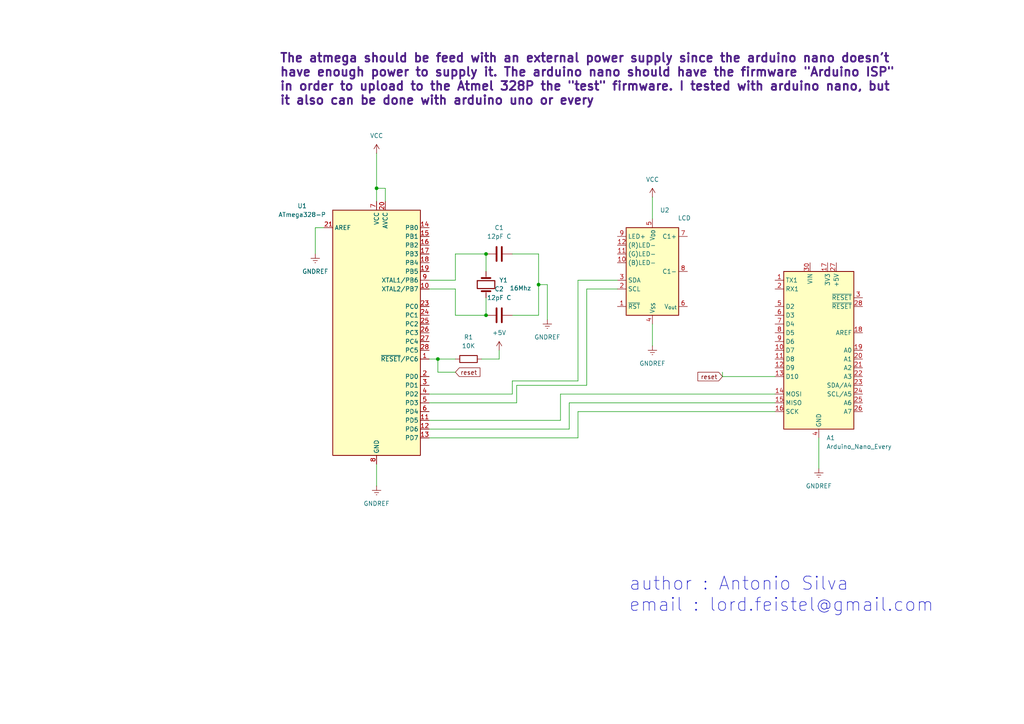
<source format=kicad_sch>
(kicad_sch
	(version 20231120)
	(generator "eeschema")
	(generator_version "8.0")
	(uuid "9b12b7be-d6de-4ee3-ba62-0a49091731c9")
	(paper "A4")
	(lib_symbols
		(symbol "Device:C"
			(pin_numbers hide)
			(pin_names
				(offset 0.254)
			)
			(exclude_from_sim no)
			(in_bom yes)
			(on_board yes)
			(property "Reference" "C"
				(at 0.635 2.54 0)
				(effects
					(font
						(size 1.27 1.27)
					)
					(justify left)
				)
			)
			(property "Value" "C"
				(at 0.635 -2.54 0)
				(effects
					(font
						(size 1.27 1.27)
					)
					(justify left)
				)
			)
			(property "Footprint" ""
				(at 0.9652 -3.81 0)
				(effects
					(font
						(size 1.27 1.27)
					)
					(hide yes)
				)
			)
			(property "Datasheet" "~"
				(at 0 0 0)
				(effects
					(font
						(size 1.27 1.27)
					)
					(hide yes)
				)
			)
			(property "Description" "Unpolarized capacitor"
				(at 0 0 0)
				(effects
					(font
						(size 1.27 1.27)
					)
					(hide yes)
				)
			)
			(property "ki_keywords" "cap capacitor"
				(at 0 0 0)
				(effects
					(font
						(size 1.27 1.27)
					)
					(hide yes)
				)
			)
			(property "ki_fp_filters" "C_*"
				(at 0 0 0)
				(effects
					(font
						(size 1.27 1.27)
					)
					(hide yes)
				)
			)
			(symbol "C_0_1"
				(polyline
					(pts
						(xy -2.032 -0.762) (xy 2.032 -0.762)
					)
					(stroke
						(width 0.508)
						(type default)
					)
					(fill
						(type none)
					)
				)
				(polyline
					(pts
						(xy -2.032 0.762) (xy 2.032 0.762)
					)
					(stroke
						(width 0.508)
						(type default)
					)
					(fill
						(type none)
					)
				)
			)
			(symbol "C_1_1"
				(pin passive line
					(at 0 3.81 270)
					(length 2.794)
					(name "~"
						(effects
							(font
								(size 1.27 1.27)
							)
						)
					)
					(number "1"
						(effects
							(font
								(size 1.27 1.27)
							)
						)
					)
				)
				(pin passive line
					(at 0 -3.81 90)
					(length 2.794)
					(name "~"
						(effects
							(font
								(size 1.27 1.27)
							)
						)
					)
					(number "2"
						(effects
							(font
								(size 1.27 1.27)
							)
						)
					)
				)
			)
		)
		(symbol "Device:Crystal"
			(pin_numbers hide)
			(pin_names
				(offset 1.016) hide)
			(exclude_from_sim no)
			(in_bom yes)
			(on_board yes)
			(property "Reference" "Y"
				(at 0 3.81 0)
				(effects
					(font
						(size 1.27 1.27)
					)
				)
			)
			(property "Value" "Crystal"
				(at 0 -3.81 0)
				(effects
					(font
						(size 1.27 1.27)
					)
				)
			)
			(property "Footprint" ""
				(at 0 0 0)
				(effects
					(font
						(size 1.27 1.27)
					)
					(hide yes)
				)
			)
			(property "Datasheet" "~"
				(at 0 0 0)
				(effects
					(font
						(size 1.27 1.27)
					)
					(hide yes)
				)
			)
			(property "Description" "Two pin crystal"
				(at 0 0 0)
				(effects
					(font
						(size 1.27 1.27)
					)
					(hide yes)
				)
			)
			(property "ki_keywords" "quartz ceramic resonator oscillator"
				(at 0 0 0)
				(effects
					(font
						(size 1.27 1.27)
					)
					(hide yes)
				)
			)
			(property "ki_fp_filters" "Crystal*"
				(at 0 0 0)
				(effects
					(font
						(size 1.27 1.27)
					)
					(hide yes)
				)
			)
			(symbol "Crystal_0_1"
				(rectangle
					(start -1.143 2.54)
					(end 1.143 -2.54)
					(stroke
						(width 0.3048)
						(type default)
					)
					(fill
						(type none)
					)
				)
				(polyline
					(pts
						(xy -2.54 0) (xy -1.905 0)
					)
					(stroke
						(width 0)
						(type default)
					)
					(fill
						(type none)
					)
				)
				(polyline
					(pts
						(xy -1.905 -1.27) (xy -1.905 1.27)
					)
					(stroke
						(width 0.508)
						(type default)
					)
					(fill
						(type none)
					)
				)
				(polyline
					(pts
						(xy 1.905 -1.27) (xy 1.905 1.27)
					)
					(stroke
						(width 0.508)
						(type default)
					)
					(fill
						(type none)
					)
				)
				(polyline
					(pts
						(xy 2.54 0) (xy 1.905 0)
					)
					(stroke
						(width 0)
						(type default)
					)
					(fill
						(type none)
					)
				)
			)
			(symbol "Crystal_1_1"
				(pin passive line
					(at -3.81 0 0)
					(length 1.27)
					(name "1"
						(effects
							(font
								(size 1.27 1.27)
							)
						)
					)
					(number "1"
						(effects
							(font
								(size 1.27 1.27)
							)
						)
					)
				)
				(pin passive line
					(at 3.81 0 180)
					(length 1.27)
					(name "2"
						(effects
							(font
								(size 1.27 1.27)
							)
						)
					)
					(number "2"
						(effects
							(font
								(size 1.27 1.27)
							)
						)
					)
				)
			)
		)
		(symbol "Device:R"
			(pin_numbers hide)
			(pin_names
				(offset 0)
			)
			(exclude_from_sim no)
			(in_bom yes)
			(on_board yes)
			(property "Reference" "R"
				(at 2.032 0 90)
				(effects
					(font
						(size 1.27 1.27)
					)
				)
			)
			(property "Value" "R"
				(at 0 0 90)
				(effects
					(font
						(size 1.27 1.27)
					)
				)
			)
			(property "Footprint" ""
				(at -1.778 0 90)
				(effects
					(font
						(size 1.27 1.27)
					)
					(hide yes)
				)
			)
			(property "Datasheet" "~"
				(at 0 0 0)
				(effects
					(font
						(size 1.27 1.27)
					)
					(hide yes)
				)
			)
			(property "Description" "Resistor"
				(at 0 0 0)
				(effects
					(font
						(size 1.27 1.27)
					)
					(hide yes)
				)
			)
			(property "ki_keywords" "R res resistor"
				(at 0 0 0)
				(effects
					(font
						(size 1.27 1.27)
					)
					(hide yes)
				)
			)
			(property "ki_fp_filters" "R_*"
				(at 0 0 0)
				(effects
					(font
						(size 1.27 1.27)
					)
					(hide yes)
				)
			)
			(symbol "R_0_1"
				(rectangle
					(start -1.016 -2.54)
					(end 1.016 2.54)
					(stroke
						(width 0.254)
						(type default)
					)
					(fill
						(type none)
					)
				)
			)
			(symbol "R_1_1"
				(pin passive line
					(at 0 3.81 270)
					(length 1.27)
					(name "~"
						(effects
							(font
								(size 1.27 1.27)
							)
						)
					)
					(number "1"
						(effects
							(font
								(size 1.27 1.27)
							)
						)
					)
				)
				(pin passive line
					(at 0 -3.81 90)
					(length 1.27)
					(name "~"
						(effects
							(font
								(size 1.27 1.27)
							)
						)
					)
					(number "2"
						(effects
							(font
								(size 1.27 1.27)
							)
						)
					)
				)
			)
		)
		(symbol "Display_Character:NHD-C0220BIZ-FSRGB"
			(exclude_from_sim no)
			(in_bom yes)
			(on_board yes)
			(property "Reference" "U"
				(at -7.62 13.335 0)
				(effects
					(font
						(size 1.27 1.27)
					)
					(justify left bottom)
				)
			)
			(property "Value" "NHD-C0220BIZ-FSRGB"
				(at 2.54 -13.97 0)
				(effects
					(font
						(size 1.27 1.27)
					)
					(justify left top)
				)
			)
			(property "Footprint" "Display:NHD-C0220BiZ-FSRGB"
				(at 0 -2.54 0)
				(effects
					(font
						(size 1.27 1.27)
						(italic yes)
					)
					(hide yes)
				)
			)
			(property "Datasheet" "https://newhavendisplay.com/content/specs/NHD-C0220BiZ-FSRGB-FBW-3VM.pdf"
				(at 0 0 0)
				(effects
					(font
						(size 1.27 1.27)
						(italic yes)
					)
					(hide yes)
				)
			)
			(property "Description" "2x20 character LCD module with common anode RGB backlight, I2C, 3.3V"
				(at 0 0 0)
				(effects
					(font
						(size 1.27 1.27)
					)
					(hide yes)
				)
			)
			(property "ki_keywords" "lcd rgb character st736i i2c 2-wire twi"
				(at 0 0 0)
				(effects
					(font
						(size 1.27 1.27)
					)
					(hide yes)
				)
			)
			(property "ki_fp_filters" "NHD?C0220BiZ?FSRGB*"
				(at 0 0 0)
				(effects
					(font
						(size 1.27 1.27)
					)
					(hide yes)
				)
			)
			(symbol "NHD-C0220BIZ-FSRGB_0_1"
				(rectangle
					(start -7.62 12.7)
					(end 7.62 -12.7)
					(stroke
						(width 0.254)
						(type default)
					)
					(fill
						(type background)
					)
				)
			)
			(symbol "NHD-C0220BIZ-FSRGB_1_1"
				(pin input line
					(at -10.16 -10.16 0)
					(length 2.54)
					(name "~{RST}"
						(effects
							(font
								(size 1.27 1.27)
							)
						)
					)
					(number "1"
						(effects
							(font
								(size 1.27 1.27)
							)
						)
					)
				)
				(pin passive line
					(at -10.16 2.54 0)
					(length 2.54)
					(name "(B)LED-"
						(effects
							(font
								(size 1.27 1.27)
							)
						)
					)
					(number "10"
						(effects
							(font
								(size 1.27 1.27)
							)
						)
					)
				)
				(pin passive line
					(at -10.16 5.08 0)
					(length 2.54)
					(name "(G)LED-"
						(effects
							(font
								(size 1.27 1.27)
							)
						)
					)
					(number "11"
						(effects
							(font
								(size 1.27 1.27)
							)
						)
					)
				)
				(pin passive line
					(at -10.16 7.62 0)
					(length 2.54)
					(name "(R)LED-"
						(effects
							(font
								(size 1.27 1.27)
							)
						)
					)
					(number "12"
						(effects
							(font
								(size 1.27 1.27)
							)
						)
					)
				)
				(pin input line
					(at -10.16 -5.08 0)
					(length 2.54)
					(name "SCL"
						(effects
							(font
								(size 1.27 1.27)
							)
						)
					)
					(number "2"
						(effects
							(font
								(size 1.27 1.27)
							)
						)
					)
				)
				(pin bidirectional line
					(at -10.16 -2.54 0)
					(length 2.54)
					(name "SDA"
						(effects
							(font
								(size 1.27 1.27)
							)
						)
					)
					(number "3"
						(effects
							(font
								(size 1.27 1.27)
							)
						)
					)
				)
				(pin power_in line
					(at 0 -15.24 90)
					(length 2.54)
					(name "V_{SS}"
						(effects
							(font
								(size 1.27 1.27)
							)
						)
					)
					(number "4"
						(effects
							(font
								(size 1.27 1.27)
							)
						)
					)
				)
				(pin power_in line
					(at 0 15.24 270)
					(length 2.54)
					(name "V_{DD}"
						(effects
							(font
								(size 1.27 1.27)
							)
						)
					)
					(number "5"
						(effects
							(font
								(size 1.27 1.27)
							)
						)
					)
				)
				(pin passive line
					(at 10.16 -10.16 180)
					(length 2.54)
					(name "V_{out}"
						(effects
							(font
								(size 1.27 1.27)
							)
						)
					)
					(number "6"
						(effects
							(font
								(size 1.27 1.27)
							)
						)
					)
				)
				(pin passive line
					(at 10.16 10.16 180)
					(length 2.54)
					(name "C1+"
						(effects
							(font
								(size 1.27 1.27)
							)
						)
					)
					(number "7"
						(effects
							(font
								(size 1.27 1.27)
							)
						)
					)
				)
				(pin passive line
					(at 10.16 0 180)
					(length 2.54)
					(name "C1-"
						(effects
							(font
								(size 1.27 1.27)
							)
						)
					)
					(number "8"
						(effects
							(font
								(size 1.27 1.27)
							)
						)
					)
				)
				(pin passive line
					(at -10.16 10.16 0)
					(length 2.54)
					(name "LED+"
						(effects
							(font
								(size 1.27 1.27)
							)
						)
					)
					(number "9"
						(effects
							(font
								(size 1.27 1.27)
							)
						)
					)
				)
			)
		)
		(symbol "MCU_Microchip_ATmega:ATmega328-P"
			(exclude_from_sim no)
			(in_bom yes)
			(on_board yes)
			(property "Reference" "U"
				(at -12.7 36.83 0)
				(effects
					(font
						(size 1.27 1.27)
					)
					(justify left bottom)
				)
			)
			(property "Value" "ATmega328-P"
				(at 2.54 -36.83 0)
				(effects
					(font
						(size 1.27 1.27)
					)
					(justify left top)
				)
			)
			(property "Footprint" "Package_DIP:DIP-28_W7.62mm"
				(at 0 0 0)
				(effects
					(font
						(size 1.27 1.27)
						(italic yes)
					)
					(hide yes)
				)
			)
			(property "Datasheet" "http://ww1.microchip.com/downloads/en/DeviceDoc/ATmega328_P%20AVR%20MCU%20with%20picoPower%20Technology%20Data%20Sheet%2040001984A.pdf"
				(at 0 0 0)
				(effects
					(font
						(size 1.27 1.27)
					)
					(hide yes)
				)
			)
			(property "Description" "20MHz, 32kB Flash, 2kB SRAM, 1kB EEPROM, DIP-28"
				(at 0 0 0)
				(effects
					(font
						(size 1.27 1.27)
					)
					(hide yes)
				)
			)
			(property "ki_keywords" "AVR 8bit Microcontroller MegaAVR"
				(at 0 0 0)
				(effects
					(font
						(size 1.27 1.27)
					)
					(hide yes)
				)
			)
			(property "ki_fp_filters" "DIP*W7.62mm*"
				(at 0 0 0)
				(effects
					(font
						(size 1.27 1.27)
					)
					(hide yes)
				)
			)
			(symbol "ATmega328-P_0_1"
				(rectangle
					(start -12.7 -35.56)
					(end 12.7 35.56)
					(stroke
						(width 0.254)
						(type default)
					)
					(fill
						(type background)
					)
				)
			)
			(symbol "ATmega328-P_1_1"
				(pin bidirectional line
					(at 15.24 -7.62 180)
					(length 2.54)
					(name "~{RESET}/PC6"
						(effects
							(font
								(size 1.27 1.27)
							)
						)
					)
					(number "1"
						(effects
							(font
								(size 1.27 1.27)
							)
						)
					)
				)
				(pin bidirectional line
					(at 15.24 12.7 180)
					(length 2.54)
					(name "XTAL2/PB7"
						(effects
							(font
								(size 1.27 1.27)
							)
						)
					)
					(number "10"
						(effects
							(font
								(size 1.27 1.27)
							)
						)
					)
				)
				(pin bidirectional line
					(at 15.24 -25.4 180)
					(length 2.54)
					(name "PD5"
						(effects
							(font
								(size 1.27 1.27)
							)
						)
					)
					(number "11"
						(effects
							(font
								(size 1.27 1.27)
							)
						)
					)
				)
				(pin bidirectional line
					(at 15.24 -27.94 180)
					(length 2.54)
					(name "PD6"
						(effects
							(font
								(size 1.27 1.27)
							)
						)
					)
					(number "12"
						(effects
							(font
								(size 1.27 1.27)
							)
						)
					)
				)
				(pin bidirectional line
					(at 15.24 -30.48 180)
					(length 2.54)
					(name "PD7"
						(effects
							(font
								(size 1.27 1.27)
							)
						)
					)
					(number "13"
						(effects
							(font
								(size 1.27 1.27)
							)
						)
					)
				)
				(pin bidirectional line
					(at 15.24 30.48 180)
					(length 2.54)
					(name "PB0"
						(effects
							(font
								(size 1.27 1.27)
							)
						)
					)
					(number "14"
						(effects
							(font
								(size 1.27 1.27)
							)
						)
					)
				)
				(pin bidirectional line
					(at 15.24 27.94 180)
					(length 2.54)
					(name "PB1"
						(effects
							(font
								(size 1.27 1.27)
							)
						)
					)
					(number "15"
						(effects
							(font
								(size 1.27 1.27)
							)
						)
					)
				)
				(pin bidirectional line
					(at 15.24 25.4 180)
					(length 2.54)
					(name "PB2"
						(effects
							(font
								(size 1.27 1.27)
							)
						)
					)
					(number "16"
						(effects
							(font
								(size 1.27 1.27)
							)
						)
					)
				)
				(pin bidirectional line
					(at 15.24 22.86 180)
					(length 2.54)
					(name "PB3"
						(effects
							(font
								(size 1.27 1.27)
							)
						)
					)
					(number "17"
						(effects
							(font
								(size 1.27 1.27)
							)
						)
					)
				)
				(pin bidirectional line
					(at 15.24 20.32 180)
					(length 2.54)
					(name "PB4"
						(effects
							(font
								(size 1.27 1.27)
							)
						)
					)
					(number "18"
						(effects
							(font
								(size 1.27 1.27)
							)
						)
					)
				)
				(pin bidirectional line
					(at 15.24 17.78 180)
					(length 2.54)
					(name "PB5"
						(effects
							(font
								(size 1.27 1.27)
							)
						)
					)
					(number "19"
						(effects
							(font
								(size 1.27 1.27)
							)
						)
					)
				)
				(pin bidirectional line
					(at 15.24 -12.7 180)
					(length 2.54)
					(name "PD0"
						(effects
							(font
								(size 1.27 1.27)
							)
						)
					)
					(number "2"
						(effects
							(font
								(size 1.27 1.27)
							)
						)
					)
				)
				(pin power_in line
					(at 2.54 38.1 270)
					(length 2.54)
					(name "AVCC"
						(effects
							(font
								(size 1.27 1.27)
							)
						)
					)
					(number "20"
						(effects
							(font
								(size 1.27 1.27)
							)
						)
					)
				)
				(pin passive line
					(at -15.24 30.48 0)
					(length 2.54)
					(name "AREF"
						(effects
							(font
								(size 1.27 1.27)
							)
						)
					)
					(number "21"
						(effects
							(font
								(size 1.27 1.27)
							)
						)
					)
				)
				(pin passive line
					(at 0 -38.1 90)
					(length 2.54) hide
					(name "GND"
						(effects
							(font
								(size 1.27 1.27)
							)
						)
					)
					(number "22"
						(effects
							(font
								(size 1.27 1.27)
							)
						)
					)
				)
				(pin bidirectional line
					(at 15.24 7.62 180)
					(length 2.54)
					(name "PC0"
						(effects
							(font
								(size 1.27 1.27)
							)
						)
					)
					(number "23"
						(effects
							(font
								(size 1.27 1.27)
							)
						)
					)
				)
				(pin bidirectional line
					(at 15.24 5.08 180)
					(length 2.54)
					(name "PC1"
						(effects
							(font
								(size 1.27 1.27)
							)
						)
					)
					(number "24"
						(effects
							(font
								(size 1.27 1.27)
							)
						)
					)
				)
				(pin bidirectional line
					(at 15.24 2.54 180)
					(length 2.54)
					(name "PC2"
						(effects
							(font
								(size 1.27 1.27)
							)
						)
					)
					(number "25"
						(effects
							(font
								(size 1.27 1.27)
							)
						)
					)
				)
				(pin bidirectional line
					(at 15.24 0 180)
					(length 2.54)
					(name "PC3"
						(effects
							(font
								(size 1.27 1.27)
							)
						)
					)
					(number "26"
						(effects
							(font
								(size 1.27 1.27)
							)
						)
					)
				)
				(pin bidirectional line
					(at 15.24 -2.54 180)
					(length 2.54)
					(name "PC4"
						(effects
							(font
								(size 1.27 1.27)
							)
						)
					)
					(number "27"
						(effects
							(font
								(size 1.27 1.27)
							)
						)
					)
				)
				(pin bidirectional line
					(at 15.24 -5.08 180)
					(length 2.54)
					(name "PC5"
						(effects
							(font
								(size 1.27 1.27)
							)
						)
					)
					(number "28"
						(effects
							(font
								(size 1.27 1.27)
							)
						)
					)
				)
				(pin bidirectional line
					(at 15.24 -15.24 180)
					(length 2.54)
					(name "PD1"
						(effects
							(font
								(size 1.27 1.27)
							)
						)
					)
					(number "3"
						(effects
							(font
								(size 1.27 1.27)
							)
						)
					)
				)
				(pin bidirectional line
					(at 15.24 -17.78 180)
					(length 2.54)
					(name "PD2"
						(effects
							(font
								(size 1.27 1.27)
							)
						)
					)
					(number "4"
						(effects
							(font
								(size 1.27 1.27)
							)
						)
					)
				)
				(pin bidirectional line
					(at 15.24 -20.32 180)
					(length 2.54)
					(name "PD3"
						(effects
							(font
								(size 1.27 1.27)
							)
						)
					)
					(number "5"
						(effects
							(font
								(size 1.27 1.27)
							)
						)
					)
				)
				(pin bidirectional line
					(at 15.24 -22.86 180)
					(length 2.54)
					(name "PD4"
						(effects
							(font
								(size 1.27 1.27)
							)
						)
					)
					(number "6"
						(effects
							(font
								(size 1.27 1.27)
							)
						)
					)
				)
				(pin power_in line
					(at 0 38.1 270)
					(length 2.54)
					(name "VCC"
						(effects
							(font
								(size 1.27 1.27)
							)
						)
					)
					(number "7"
						(effects
							(font
								(size 1.27 1.27)
							)
						)
					)
				)
				(pin power_in line
					(at 0 -38.1 90)
					(length 2.54)
					(name "GND"
						(effects
							(font
								(size 1.27 1.27)
							)
						)
					)
					(number "8"
						(effects
							(font
								(size 1.27 1.27)
							)
						)
					)
				)
				(pin bidirectional line
					(at 15.24 15.24 180)
					(length 2.54)
					(name "XTAL1/PB6"
						(effects
							(font
								(size 1.27 1.27)
							)
						)
					)
					(number "9"
						(effects
							(font
								(size 1.27 1.27)
							)
						)
					)
				)
			)
		)
		(symbol "MCU_Module:Arduino_Nano_Every"
			(exclude_from_sim no)
			(in_bom yes)
			(on_board yes)
			(property "Reference" "A"
				(at -10.16 23.495 0)
				(effects
					(font
						(size 1.27 1.27)
					)
					(justify left bottom)
				)
			)
			(property "Value" "Arduino_Nano_Every"
				(at 5.08 -24.13 0)
				(effects
					(font
						(size 1.27 1.27)
					)
					(justify left top)
				)
			)
			(property "Footprint" "Module:Arduino_Nano"
				(at 0 0 0)
				(effects
					(font
						(size 1.27 1.27)
						(italic yes)
					)
					(hide yes)
				)
			)
			(property "Datasheet" "https://content.arduino.cc/assets/NANOEveryV3.0_sch.pdf"
				(at 0 0 0)
				(effects
					(font
						(size 1.27 1.27)
					)
					(hide yes)
				)
			)
			(property "Description" "Arduino Nano Every"
				(at 0 0 0)
				(effects
					(font
						(size 1.27 1.27)
					)
					(hide yes)
				)
			)
			(property "ki_keywords" "Arduino nano microcontroller module USB UPDI AATMega4809 AVR"
				(at 0 0 0)
				(effects
					(font
						(size 1.27 1.27)
					)
					(hide yes)
				)
			)
			(property "ki_fp_filters" "Arduino*Nano*"
				(at 0 0 0)
				(effects
					(font
						(size 1.27 1.27)
					)
					(hide yes)
				)
			)
			(symbol "Arduino_Nano_Every_0_1"
				(rectangle
					(start -10.16 22.86)
					(end 10.16 -22.86)
					(stroke
						(width 0.254)
						(type default)
					)
					(fill
						(type background)
					)
				)
			)
			(symbol "Arduino_Nano_Every_1_1"
				(pin bidirectional line
					(at -12.7 20.32 0)
					(length 2.54)
					(name "TX1"
						(effects
							(font
								(size 1.27 1.27)
							)
						)
					)
					(number "1"
						(effects
							(font
								(size 1.27 1.27)
							)
						)
					)
				)
				(pin bidirectional line
					(at -12.7 0 0)
					(length 2.54)
					(name "D7"
						(effects
							(font
								(size 1.27 1.27)
							)
						)
					)
					(number "10"
						(effects
							(font
								(size 1.27 1.27)
							)
						)
					)
				)
				(pin bidirectional line
					(at -12.7 -2.54 0)
					(length 2.54)
					(name "D8"
						(effects
							(font
								(size 1.27 1.27)
							)
						)
					)
					(number "11"
						(effects
							(font
								(size 1.27 1.27)
							)
						)
					)
				)
				(pin bidirectional line
					(at -12.7 -5.08 0)
					(length 2.54)
					(name "D9"
						(effects
							(font
								(size 1.27 1.27)
							)
						)
					)
					(number "12"
						(effects
							(font
								(size 1.27 1.27)
							)
						)
					)
				)
				(pin bidirectional line
					(at -12.7 -7.62 0)
					(length 2.54)
					(name "D10"
						(effects
							(font
								(size 1.27 1.27)
							)
						)
					)
					(number "13"
						(effects
							(font
								(size 1.27 1.27)
							)
						)
					)
				)
				(pin bidirectional line
					(at -12.7 -12.7 0)
					(length 2.54)
					(name "MOSI"
						(effects
							(font
								(size 1.27 1.27)
							)
						)
					)
					(number "14"
						(effects
							(font
								(size 1.27 1.27)
							)
						)
					)
				)
				(pin bidirectional line
					(at -12.7 -15.24 0)
					(length 2.54)
					(name "MISO"
						(effects
							(font
								(size 1.27 1.27)
							)
						)
					)
					(number "15"
						(effects
							(font
								(size 1.27 1.27)
							)
						)
					)
				)
				(pin bidirectional line
					(at -12.7 -17.78 0)
					(length 2.54)
					(name "SCK"
						(effects
							(font
								(size 1.27 1.27)
							)
						)
					)
					(number "16"
						(effects
							(font
								(size 1.27 1.27)
							)
						)
					)
				)
				(pin power_out line
					(at 2.54 25.4 270)
					(length 2.54)
					(name "3V3"
						(effects
							(font
								(size 1.27 1.27)
							)
						)
					)
					(number "17"
						(effects
							(font
								(size 1.27 1.27)
							)
						)
					)
				)
				(pin input line
					(at 12.7 5.08 180)
					(length 2.54)
					(name "AREF"
						(effects
							(font
								(size 1.27 1.27)
							)
						)
					)
					(number "18"
						(effects
							(font
								(size 1.27 1.27)
							)
						)
					)
				)
				(pin bidirectional line
					(at 12.7 0 180)
					(length 2.54)
					(name "A0"
						(effects
							(font
								(size 1.27 1.27)
							)
						)
					)
					(number "19"
						(effects
							(font
								(size 1.27 1.27)
							)
						)
					)
				)
				(pin bidirectional line
					(at -12.7 17.78 0)
					(length 2.54)
					(name "RX1"
						(effects
							(font
								(size 1.27 1.27)
							)
						)
					)
					(number "2"
						(effects
							(font
								(size 1.27 1.27)
							)
						)
					)
				)
				(pin bidirectional line
					(at 12.7 -2.54 180)
					(length 2.54)
					(name "A1"
						(effects
							(font
								(size 1.27 1.27)
							)
						)
					)
					(number "20"
						(effects
							(font
								(size 1.27 1.27)
							)
						)
					)
				)
				(pin bidirectional line
					(at 12.7 -5.08 180)
					(length 2.54)
					(name "A2"
						(effects
							(font
								(size 1.27 1.27)
							)
						)
					)
					(number "21"
						(effects
							(font
								(size 1.27 1.27)
							)
						)
					)
				)
				(pin bidirectional line
					(at 12.7 -7.62 180)
					(length 2.54)
					(name "A3"
						(effects
							(font
								(size 1.27 1.27)
							)
						)
					)
					(number "22"
						(effects
							(font
								(size 1.27 1.27)
							)
						)
					)
				)
				(pin bidirectional line
					(at 12.7 -10.16 180)
					(length 2.54)
					(name "SDA/A4"
						(effects
							(font
								(size 1.27 1.27)
							)
						)
					)
					(number "23"
						(effects
							(font
								(size 1.27 1.27)
							)
						)
					)
				)
				(pin bidirectional line
					(at 12.7 -12.7 180)
					(length 2.54)
					(name "SCL/A5"
						(effects
							(font
								(size 1.27 1.27)
							)
						)
					)
					(number "24"
						(effects
							(font
								(size 1.27 1.27)
							)
						)
					)
				)
				(pin bidirectional line
					(at 12.7 -15.24 180)
					(length 2.54)
					(name "A6"
						(effects
							(font
								(size 1.27 1.27)
							)
						)
					)
					(number "25"
						(effects
							(font
								(size 1.27 1.27)
							)
						)
					)
				)
				(pin bidirectional line
					(at 12.7 -17.78 180)
					(length 2.54)
					(name "A7"
						(effects
							(font
								(size 1.27 1.27)
							)
						)
					)
					(number "26"
						(effects
							(font
								(size 1.27 1.27)
							)
						)
					)
				)
				(pin power_out line
					(at 5.08 25.4 270)
					(length 2.54)
					(name "+5V"
						(effects
							(font
								(size 1.27 1.27)
							)
						)
					)
					(number "27"
						(effects
							(font
								(size 1.27 1.27)
							)
						)
					)
				)
				(pin input line
					(at 12.7 12.7 180)
					(length 2.54)
					(name "~{RESET}"
						(effects
							(font
								(size 1.27 1.27)
							)
						)
					)
					(number "28"
						(effects
							(font
								(size 1.27 1.27)
							)
						)
					)
				)
				(pin passive line
					(at 0 -25.4 90)
					(length 2.54) hide
					(name "GND"
						(effects
							(font
								(size 1.27 1.27)
							)
						)
					)
					(number "29"
						(effects
							(font
								(size 1.27 1.27)
							)
						)
					)
				)
				(pin input line
					(at 12.7 15.24 180)
					(length 2.54)
					(name "~{RESET}"
						(effects
							(font
								(size 1.27 1.27)
							)
						)
					)
					(number "3"
						(effects
							(font
								(size 1.27 1.27)
							)
						)
					)
				)
				(pin power_in line
					(at -2.54 25.4 270)
					(length 2.54)
					(name "VIN"
						(effects
							(font
								(size 1.27 1.27)
							)
						)
					)
					(number "30"
						(effects
							(font
								(size 1.27 1.27)
							)
						)
					)
				)
				(pin power_in line
					(at 0 -25.4 90)
					(length 2.54)
					(name "GND"
						(effects
							(font
								(size 1.27 1.27)
							)
						)
					)
					(number "4"
						(effects
							(font
								(size 1.27 1.27)
							)
						)
					)
				)
				(pin bidirectional line
					(at -12.7 12.7 0)
					(length 2.54)
					(name "D2"
						(effects
							(font
								(size 1.27 1.27)
							)
						)
					)
					(number "5"
						(effects
							(font
								(size 1.27 1.27)
							)
						)
					)
				)
				(pin bidirectional line
					(at -12.7 10.16 0)
					(length 2.54)
					(name "D3"
						(effects
							(font
								(size 1.27 1.27)
							)
						)
					)
					(number "6"
						(effects
							(font
								(size 1.27 1.27)
							)
						)
					)
				)
				(pin bidirectional line
					(at -12.7 7.62 0)
					(length 2.54)
					(name "D4"
						(effects
							(font
								(size 1.27 1.27)
							)
						)
					)
					(number "7"
						(effects
							(font
								(size 1.27 1.27)
							)
						)
					)
				)
				(pin bidirectional line
					(at -12.7 5.08 0)
					(length 2.54)
					(name "D5"
						(effects
							(font
								(size 1.27 1.27)
							)
						)
					)
					(number "8"
						(effects
							(font
								(size 1.27 1.27)
							)
						)
					)
				)
				(pin bidirectional line
					(at -12.7 2.54 0)
					(length 2.54)
					(name "D6"
						(effects
							(font
								(size 1.27 1.27)
							)
						)
					)
					(number "9"
						(effects
							(font
								(size 1.27 1.27)
							)
						)
					)
				)
			)
		)
		(symbol "power:+5V"
			(power)
			(pin_numbers hide)
			(pin_names
				(offset 0) hide)
			(exclude_from_sim no)
			(in_bom yes)
			(on_board yes)
			(property "Reference" "#PWR"
				(at 0 -3.81 0)
				(effects
					(font
						(size 1.27 1.27)
					)
					(hide yes)
				)
			)
			(property "Value" "+5V"
				(at 0 3.556 0)
				(effects
					(font
						(size 1.27 1.27)
					)
				)
			)
			(property "Footprint" ""
				(at 0 0 0)
				(effects
					(font
						(size 1.27 1.27)
					)
					(hide yes)
				)
			)
			(property "Datasheet" ""
				(at 0 0 0)
				(effects
					(font
						(size 1.27 1.27)
					)
					(hide yes)
				)
			)
			(property "Description" "Power symbol creates a global label with name \"+5V\""
				(at 0 0 0)
				(effects
					(font
						(size 1.27 1.27)
					)
					(hide yes)
				)
			)
			(property "ki_keywords" "global power"
				(at 0 0 0)
				(effects
					(font
						(size 1.27 1.27)
					)
					(hide yes)
				)
			)
			(symbol "+5V_0_1"
				(polyline
					(pts
						(xy -0.762 1.27) (xy 0 2.54)
					)
					(stroke
						(width 0)
						(type default)
					)
					(fill
						(type none)
					)
				)
				(polyline
					(pts
						(xy 0 0) (xy 0 2.54)
					)
					(stroke
						(width 0)
						(type default)
					)
					(fill
						(type none)
					)
				)
				(polyline
					(pts
						(xy 0 2.54) (xy 0.762 1.27)
					)
					(stroke
						(width 0)
						(type default)
					)
					(fill
						(type none)
					)
				)
			)
			(symbol "+5V_1_1"
				(pin power_in line
					(at 0 0 90)
					(length 0)
					(name "~"
						(effects
							(font
								(size 1.27 1.27)
							)
						)
					)
					(number "1"
						(effects
							(font
								(size 1.27 1.27)
							)
						)
					)
				)
			)
		)
		(symbol "power:GNDREF"
			(power)
			(pin_numbers hide)
			(pin_names
				(offset 0) hide)
			(exclude_from_sim no)
			(in_bom yes)
			(on_board yes)
			(property "Reference" "#PWR"
				(at 0 -6.35 0)
				(effects
					(font
						(size 1.27 1.27)
					)
					(hide yes)
				)
			)
			(property "Value" "GNDREF"
				(at 0 -3.81 0)
				(effects
					(font
						(size 1.27 1.27)
					)
				)
			)
			(property "Footprint" ""
				(at 0 0 0)
				(effects
					(font
						(size 1.27 1.27)
					)
					(hide yes)
				)
			)
			(property "Datasheet" ""
				(at 0 0 0)
				(effects
					(font
						(size 1.27 1.27)
					)
					(hide yes)
				)
			)
			(property "Description" "Power symbol creates a global label with name \"GNDREF\" , reference supply ground"
				(at 0 0 0)
				(effects
					(font
						(size 1.27 1.27)
					)
					(hide yes)
				)
			)
			(property "ki_keywords" "global power"
				(at 0 0 0)
				(effects
					(font
						(size 1.27 1.27)
					)
					(hide yes)
				)
			)
			(symbol "GNDREF_0_1"
				(polyline
					(pts
						(xy -0.635 -1.905) (xy 0.635 -1.905)
					)
					(stroke
						(width 0)
						(type default)
					)
					(fill
						(type none)
					)
				)
				(polyline
					(pts
						(xy -0.127 -2.54) (xy 0.127 -2.54)
					)
					(stroke
						(width 0)
						(type default)
					)
					(fill
						(type none)
					)
				)
				(polyline
					(pts
						(xy 0 -1.27) (xy 0 0)
					)
					(stroke
						(width 0)
						(type default)
					)
					(fill
						(type none)
					)
				)
				(polyline
					(pts
						(xy 1.27 -1.27) (xy -1.27 -1.27)
					)
					(stroke
						(width 0)
						(type default)
					)
					(fill
						(type none)
					)
				)
			)
			(symbol "GNDREF_1_1"
				(pin power_in line
					(at 0 0 270)
					(length 0)
					(name "~"
						(effects
							(font
								(size 1.27 1.27)
							)
						)
					)
					(number "1"
						(effects
							(font
								(size 1.27 1.27)
							)
						)
					)
				)
			)
		)
		(symbol "power:VCC"
			(power)
			(pin_numbers hide)
			(pin_names
				(offset 0) hide)
			(exclude_from_sim no)
			(in_bom yes)
			(on_board yes)
			(property "Reference" "#PWR"
				(at 0 -3.81 0)
				(effects
					(font
						(size 1.27 1.27)
					)
					(hide yes)
				)
			)
			(property "Value" "VCC"
				(at 0 3.556 0)
				(effects
					(font
						(size 1.27 1.27)
					)
				)
			)
			(property "Footprint" ""
				(at 0 0 0)
				(effects
					(font
						(size 1.27 1.27)
					)
					(hide yes)
				)
			)
			(property "Datasheet" ""
				(at 0 0 0)
				(effects
					(font
						(size 1.27 1.27)
					)
					(hide yes)
				)
			)
			(property "Description" "Power symbol creates a global label with name \"VCC\""
				(at 0 0 0)
				(effects
					(font
						(size 1.27 1.27)
					)
					(hide yes)
				)
			)
			(property "ki_keywords" "global power"
				(at 0 0 0)
				(effects
					(font
						(size 1.27 1.27)
					)
					(hide yes)
				)
			)
			(symbol "VCC_0_1"
				(polyline
					(pts
						(xy -0.762 1.27) (xy 0 2.54)
					)
					(stroke
						(width 0)
						(type default)
					)
					(fill
						(type none)
					)
				)
				(polyline
					(pts
						(xy 0 0) (xy 0 2.54)
					)
					(stroke
						(width 0)
						(type default)
					)
					(fill
						(type none)
					)
				)
				(polyline
					(pts
						(xy 0 2.54) (xy 0.762 1.27)
					)
					(stroke
						(width 0)
						(type default)
					)
					(fill
						(type none)
					)
				)
			)
			(symbol "VCC_1_1"
				(pin power_in line
					(at 0 0 90)
					(length 0)
					(name "~"
						(effects
							(font
								(size 1.27 1.27)
							)
						)
					)
					(number "1"
						(effects
							(font
								(size 1.27 1.27)
							)
						)
					)
				)
			)
		)
	)
	(junction
		(at 140.97 73.66)
		(diameter 0)
		(color 0 0 0 0)
		(uuid "046b136b-a2c0-487f-b96d-f066f9660f52")
	)
	(junction
		(at 140.97 91.44)
		(diameter 0)
		(color 0 0 0 0)
		(uuid "7251c5f5-35e3-4ce0-b46f-583173a010f5")
	)
	(junction
		(at 156.21 82.55)
		(diameter 0)
		(color 0 0 0 0)
		(uuid "c81d2c9d-0941-479e-a8ea-3af886a4853a")
	)
	(junction
		(at 109.22 54.61)
		(diameter 0)
		(color 0 0 0 0)
		(uuid "e1c9e7ed-2dc2-4c50-afda-d99fb39798a6")
	)
	(junction
		(at 127 104.14)
		(diameter 0)
		(color 0 0 0 0)
		(uuid "f22e886a-678d-4a23-b138-b27906252997")
	)
	(wire
		(pts
			(xy 224.79 119.38) (xy 167.64 119.38)
		)
		(stroke
			(width 0)
			(type default)
		)
		(uuid "052dd6ec-e504-44ed-95f8-0b474a2ff12c")
	)
	(wire
		(pts
			(xy 91.44 66.04) (xy 93.98 66.04)
		)
		(stroke
			(width 0)
			(type default)
		)
		(uuid "055b48cf-38be-4c40-a70a-986310f2a9a7")
	)
	(wire
		(pts
			(xy 156.21 91.44) (xy 156.21 82.55)
		)
		(stroke
			(width 0)
			(type default)
		)
		(uuid "09d53587-2493-48b3-8cbe-8da100ef9f04")
	)
	(wire
		(pts
			(xy 127 107.95) (xy 127 104.14)
		)
		(stroke
			(width 0)
			(type default)
		)
		(uuid "0bb3652b-5663-46cd-819b-108656272b76")
	)
	(wire
		(pts
			(xy 167.64 81.28) (xy 167.64 110.49)
		)
		(stroke
			(width 0)
			(type default)
		)
		(uuid "0bfb64d0-5fd0-4a51-ba78-17b0363f53c7")
	)
	(wire
		(pts
			(xy 237.49 127) (xy 237.49 135.89)
		)
		(stroke
			(width 0)
			(type default)
		)
		(uuid "0d29ae4c-8252-4e02-a219-c712757cc5ff")
	)
	(wire
		(pts
			(xy 140.97 73.66) (xy 140.97 78.74)
		)
		(stroke
			(width 0)
			(type default)
		)
		(uuid "10e60d68-fe16-4def-8249-87ef6c997561")
	)
	(wire
		(pts
			(xy 124.46 81.28) (xy 132.08 81.28)
		)
		(stroke
			(width 0)
			(type default)
		)
		(uuid "19121114-5051-4f5a-aa95-ba6353a1c023")
	)
	(wire
		(pts
			(xy 124.46 104.14) (xy 127 104.14)
		)
		(stroke
			(width 0)
			(type default)
		)
		(uuid "19ba531c-fede-487e-b945-3914fefb31d3")
	)
	(wire
		(pts
			(xy 149.86 116.84) (xy 124.46 116.84)
		)
		(stroke
			(width 0)
			(type default)
		)
		(uuid "1b8f9d1e-9996-4aa4-8619-4c6ed881589c")
	)
	(wire
		(pts
			(xy 132.08 81.28) (xy 132.08 73.66)
		)
		(stroke
			(width 0)
			(type default)
		)
		(uuid "1e2416b3-ac97-4e10-93b9-47984e17d35b")
	)
	(wire
		(pts
			(xy 158.75 82.55) (xy 156.21 82.55)
		)
		(stroke
			(width 0)
			(type default)
		)
		(uuid "20327b76-1dc0-4766-89da-0cf1693b624b")
	)
	(wire
		(pts
			(xy 148.59 110.49) (xy 148.59 114.3)
		)
		(stroke
			(width 0)
			(type default)
		)
		(uuid "222f5731-86a0-4ad3-a221-04e6fbec9343")
	)
	(wire
		(pts
			(xy 224.79 116.84) (xy 165.1 116.84)
		)
		(stroke
			(width 0)
			(type default)
		)
		(uuid "23b2f8be-ccf5-448a-ad29-1ca376674934")
	)
	(wire
		(pts
			(xy 124.46 83.82) (xy 132.08 83.82)
		)
		(stroke
			(width 0)
			(type default)
		)
		(uuid "2ffc7bac-0754-4ea1-adb9-1e55e052dcdb")
	)
	(wire
		(pts
			(xy 165.1 116.84) (xy 165.1 124.46)
		)
		(stroke
			(width 0)
			(type default)
		)
		(uuid "40cb1279-dfcb-484a-9753-ea4482f37e0e")
	)
	(wire
		(pts
			(xy 144.78 104.14) (xy 144.78 101.6)
		)
		(stroke
			(width 0)
			(type default)
		)
		(uuid "480473e6-c22c-47c3-8fda-bf0b28b88270")
	)
	(wire
		(pts
			(xy 179.07 83.82) (xy 170.18 83.82)
		)
		(stroke
			(width 0)
			(type default)
		)
		(uuid "48965fbd-34a0-47ec-a42a-65038b73c228")
	)
	(wire
		(pts
			(xy 167.64 110.49) (xy 148.59 110.49)
		)
		(stroke
			(width 0)
			(type default)
		)
		(uuid "4c399c87-438a-4065-956f-e204ee6bb2a7")
	)
	(wire
		(pts
			(xy 132.08 107.95) (xy 127 107.95)
		)
		(stroke
			(width 0)
			(type default)
		)
		(uuid "4e7d77f3-9578-456a-921d-527c04107301")
	)
	(wire
		(pts
			(xy 111.76 54.61) (xy 109.22 54.61)
		)
		(stroke
			(width 0)
			(type default)
		)
		(uuid "555a3194-5cc6-4cde-ab28-3177a59e5900")
	)
	(wire
		(pts
			(xy 111.76 58.42) (xy 111.76 54.61)
		)
		(stroke
			(width 0)
			(type default)
		)
		(uuid "6171a99b-5b5f-4f34-8f20-f6ef4c47e47f")
	)
	(wire
		(pts
			(xy 139.7 104.14) (xy 144.78 104.14)
		)
		(stroke
			(width 0)
			(type default)
		)
		(uuid "670daf48-38bc-4765-9352-4366e02835d5")
	)
	(wire
		(pts
			(xy 132.08 73.66) (xy 140.97 73.66)
		)
		(stroke
			(width 0)
			(type default)
		)
		(uuid "6be810ac-d0a9-4dec-bc0b-8ce8c2bcee2c")
	)
	(wire
		(pts
			(xy 109.22 134.62) (xy 109.22 140.97)
		)
		(stroke
			(width 0)
			(type default)
		)
		(uuid "71a58a86-7799-427a-931a-c6a2d2cec13b")
	)
	(wire
		(pts
			(xy 170.18 83.82) (xy 170.18 111.76)
		)
		(stroke
			(width 0)
			(type default)
		)
		(uuid "722c7883-9551-4f6c-a81e-b03dd8d0e83c")
	)
	(wire
		(pts
			(xy 170.18 111.76) (xy 149.86 111.76)
		)
		(stroke
			(width 0)
			(type default)
		)
		(uuid "724bdc77-2fc9-410a-a2d2-69eaf6e0a12d")
	)
	(wire
		(pts
			(xy 209.55 107.95) (xy 209.55 109.22)
		)
		(stroke
			(width 0)
			(type default)
		)
		(uuid "77d847ff-8d08-4eba-b2eb-c2131858011d")
	)
	(wire
		(pts
			(xy 162.56 114.3) (xy 162.56 121.92)
		)
		(stroke
			(width 0)
			(type default)
		)
		(uuid "8c0f63e3-148b-4e21-aaaa-1f9750177411")
	)
	(wire
		(pts
			(xy 140.97 86.36) (xy 140.97 91.44)
		)
		(stroke
			(width 0)
			(type default)
		)
		(uuid "8c921a89-a403-4d56-9328-1eb048dc182f")
	)
	(wire
		(pts
			(xy 189.23 57.15) (xy 189.23 63.5)
		)
		(stroke
			(width 0)
			(type default)
		)
		(uuid "9658f79a-622b-417c-aa95-5126a783c225")
	)
	(wire
		(pts
			(xy 224.79 109.22) (xy 209.55 109.22)
		)
		(stroke
			(width 0)
			(type default)
		)
		(uuid "9a823826-9f6a-4829-bb41-b8b88a57d323")
	)
	(wire
		(pts
			(xy 124.46 121.92) (xy 162.56 121.92)
		)
		(stroke
			(width 0)
			(type default)
		)
		(uuid "a08bbd86-122f-43ec-9a36-1c98d7548f96")
	)
	(wire
		(pts
			(xy 156.21 82.55) (xy 156.21 73.66)
		)
		(stroke
			(width 0)
			(type default)
		)
		(uuid "a29f8533-25e7-4f35-8d37-0c96043feb8d")
	)
	(wire
		(pts
			(xy 158.75 92.71) (xy 158.75 82.55)
		)
		(stroke
			(width 0)
			(type default)
		)
		(uuid "a9f192e1-8076-4815-a723-083815643d32")
	)
	(wire
		(pts
			(xy 109.22 54.61) (xy 109.22 58.42)
		)
		(stroke
			(width 0)
			(type default)
		)
		(uuid "ac7ad2da-71c6-4a10-b3f6-2d39ebdf0c2e")
	)
	(wire
		(pts
			(xy 148.59 91.44) (xy 156.21 91.44)
		)
		(stroke
			(width 0)
			(type default)
		)
		(uuid "ad768022-753a-4762-9fb1-ec0d9be53fab")
	)
	(wire
		(pts
			(xy 148.59 114.3) (xy 124.46 114.3)
		)
		(stroke
			(width 0)
			(type default)
		)
		(uuid "b4dd5588-c42e-486f-8439-329868257508")
	)
	(wire
		(pts
			(xy 91.44 73.66) (xy 91.44 66.04)
		)
		(stroke
			(width 0)
			(type default)
		)
		(uuid "b62dc79d-6109-464b-b52f-02984f9f3b4d")
	)
	(wire
		(pts
			(xy 127 104.14) (xy 132.08 104.14)
		)
		(stroke
			(width 0)
			(type default)
		)
		(uuid "b8a2fe40-5a92-496f-b89c-af25aea6fdf0")
	)
	(wire
		(pts
			(xy 189.23 93.98) (xy 189.23 100.33)
		)
		(stroke
			(width 0)
			(type default)
		)
		(uuid "b8c982fe-a3ae-4dd1-a6cb-b739d1b44e76")
	)
	(wire
		(pts
			(xy 132.08 83.82) (xy 132.08 91.44)
		)
		(stroke
			(width 0)
			(type default)
		)
		(uuid "bb0a4197-b0d0-4a7d-9ece-f603c1f355b6")
	)
	(wire
		(pts
			(xy 167.64 127) (xy 124.46 127)
		)
		(stroke
			(width 0)
			(type default)
		)
		(uuid "c174ca95-0a4e-4f76-904a-4ab08a3ce6ed")
	)
	(wire
		(pts
			(xy 149.86 111.76) (xy 149.86 116.84)
		)
		(stroke
			(width 0)
			(type default)
		)
		(uuid "c6273739-5491-4434-9a85-20ff029430b6")
	)
	(wire
		(pts
			(xy 148.59 73.66) (xy 156.21 73.66)
		)
		(stroke
			(width 0)
			(type default)
		)
		(uuid "cf5e8d8e-bff6-4b1b-b923-f96be4fed0d6")
	)
	(wire
		(pts
			(xy 132.08 91.44) (xy 140.97 91.44)
		)
		(stroke
			(width 0)
			(type default)
		)
		(uuid "d96f5ff8-53ff-4483-9e3a-57880e181f8c")
	)
	(wire
		(pts
			(xy 165.1 124.46) (xy 124.46 124.46)
		)
		(stroke
			(width 0)
			(type default)
		)
		(uuid "db8ade4b-e641-4689-8d79-cd8555d4f23e")
	)
	(wire
		(pts
			(xy 179.07 81.28) (xy 167.64 81.28)
		)
		(stroke
			(width 0)
			(type default)
		)
		(uuid "debb3df8-408e-4879-a09f-2ddc0c9d1cd6")
	)
	(wire
		(pts
			(xy 224.79 114.3) (xy 162.56 114.3)
		)
		(stroke
			(width 0)
			(type default)
		)
		(uuid "e74c137e-911e-4b63-b47a-21772851d826")
	)
	(wire
		(pts
			(xy 167.64 119.38) (xy 167.64 127)
		)
		(stroke
			(width 0)
			(type default)
		)
		(uuid "ebe6c2fa-1e86-4d18-880a-2a46949085d9")
	)
	(wire
		(pts
			(xy 109.22 44.45) (xy 109.22 54.61)
		)
		(stroke
			(width 0)
			(type default)
		)
		(uuid "ff5d1265-bbf8-4663-b226-e1a0503f1437")
	)
	(text "The atmega should be feed with an external power supply since the arduino nano doesn't\nhave enough power to supply it. The arduino nano should have the firmware \"Arduino ISP\"\nin order to upload to the Atmel 328P the \"test\" firmware. I tested with arduino nano, but\nit also can be done with arduino uno or every"
		(exclude_from_sim no)
		(at 81.026 23.114 0)
		(effects
			(font
				(size 2.54 2.54)
				(thickness 0.508)
				(bold yes)
				(color 72 25 129 1)
			)
			(justify left)
		)
		(uuid "75e6a468-116c-456f-951f-35c744dc6ea8")
	)
	(text "author : Antonio Silva\nemail : lord.feistel@gmail.com"
		(exclude_from_sim no)
		(at 182.372 172.466 0)
		(effects
			(font
				(size 3.81 3.81)
			)
			(justify left)
		)
		(uuid "ac35be1c-5a6b-4320-aab6-c08f7456effc")
	)
	(global_label "reset"
		(shape input)
		(at 209.55 109.22 180)
		(fields_autoplaced yes)
		(effects
			(font
				(size 1.27 1.27)
			)
			(justify right)
		)
		(uuid "05d5cea6-f95e-43c3-a184-36be92afa433")
		(property "Intersheetrefs" "${INTERSHEET_REFS}"
			(at 201.8476 109.22 0)
			(effects
				(font
					(size 1.27 1.27)
				)
				(justify right)
				(hide yes)
			)
		)
	)
	(global_label "reset"
		(shape input)
		(at 132.08 107.95 0)
		(fields_autoplaced yes)
		(effects
			(font
				(size 1.27 1.27)
			)
			(justify left)
		)
		(uuid "c319fc25-5e43-4b14-aebc-85300a71e52d")
		(property "Intersheetrefs" "${INTERSHEET_REFS}"
			(at 139.7824 107.95 0)
			(effects
				(font
					(size 1.27 1.27)
				)
				(justify left)
				(hide yes)
			)
		)
	)
	(symbol
		(lib_id "power:GNDREF")
		(at 158.75 92.71 0)
		(unit 1)
		(exclude_from_sim no)
		(in_bom yes)
		(on_board yes)
		(dnp no)
		(fields_autoplaced yes)
		(uuid "2d36d590-89e5-4fed-a7b5-7fbb21951f1e")
		(property "Reference" "#PWR01"
			(at 158.75 99.06 0)
			(effects
				(font
					(size 1.27 1.27)
				)
				(hide yes)
			)
		)
		(property "Value" "GNDREF"
			(at 158.75 97.79 0)
			(effects
				(font
					(size 1.27 1.27)
				)
			)
		)
		(property "Footprint" ""
			(at 158.75 92.71 0)
			(effects
				(font
					(size 1.27 1.27)
				)
				(hide yes)
			)
		)
		(property "Datasheet" ""
			(at 158.75 92.71 0)
			(effects
				(font
					(size 1.27 1.27)
				)
				(hide yes)
			)
		)
		(property "Description" "Power symbol creates a global label with name \"GNDREF\" , reference supply ground"
			(at 158.75 92.71 0)
			(effects
				(font
					(size 1.27 1.27)
				)
				(hide yes)
			)
		)
		(pin "1"
			(uuid "36dd1c7e-1af1-48d3-a033-c8009c95585a")
		)
		(instances
			(project "arduino_glitching"
				(path "/9b12b7be-d6de-4ee3-ba62-0a49091731c9"
					(reference "#PWR01")
					(unit 1)
				)
			)
		)
	)
	(symbol
		(lib_id "Device:R")
		(at 135.89 104.14 90)
		(unit 1)
		(exclude_from_sim no)
		(in_bom yes)
		(on_board yes)
		(dnp no)
		(fields_autoplaced yes)
		(uuid "3286782b-a688-44ee-8be9-0227b4f16f80")
		(property "Reference" "R1"
			(at 135.89 97.79 90)
			(effects
				(font
					(size 1.27 1.27)
				)
			)
		)
		(property "Value" "10K"
			(at 135.89 100.33 90)
			(effects
				(font
					(size 1.27 1.27)
				)
			)
		)
		(property "Footprint" ""
			(at 135.89 105.918 90)
			(effects
				(font
					(size 1.27 1.27)
				)
				(hide yes)
			)
		)
		(property "Datasheet" "~"
			(at 135.89 104.14 0)
			(effects
				(font
					(size 1.27 1.27)
				)
				(hide yes)
			)
		)
		(property "Description" "Resistor"
			(at 135.89 104.14 0)
			(effects
				(font
					(size 1.27 1.27)
				)
				(hide yes)
			)
		)
		(pin "1"
			(uuid "e308af3b-5060-47df-b75f-06291148c404")
		)
		(pin "2"
			(uuid "5ca47406-2171-4e44-a1b0-1325a03ed0f4")
		)
		(instances
			(project "arduino_glitching"
				(path "/9b12b7be-d6de-4ee3-ba62-0a49091731c9"
					(reference "R1")
					(unit 1)
				)
			)
		)
	)
	(symbol
		(lib_id "power:GNDREF")
		(at 237.49 135.89 0)
		(unit 1)
		(exclude_from_sim no)
		(in_bom yes)
		(on_board yes)
		(dnp no)
		(fields_autoplaced yes)
		(uuid "58bf6ac9-9cf1-4ce8-abea-8552639feb83")
		(property "Reference" "#PWR05"
			(at 237.49 142.24 0)
			(effects
				(font
					(size 1.27 1.27)
				)
				(hide yes)
			)
		)
		(property "Value" "GNDREF"
			(at 237.49 140.97 0)
			(effects
				(font
					(size 1.27 1.27)
				)
			)
		)
		(property "Footprint" ""
			(at 237.49 135.89 0)
			(effects
				(font
					(size 1.27 1.27)
				)
				(hide yes)
			)
		)
		(property "Datasheet" ""
			(at 237.49 135.89 0)
			(effects
				(font
					(size 1.27 1.27)
				)
				(hide yes)
			)
		)
		(property "Description" "Power symbol creates a global label with name \"GNDREF\" , reference supply ground"
			(at 237.49 135.89 0)
			(effects
				(font
					(size 1.27 1.27)
				)
				(hide yes)
			)
		)
		(pin "1"
			(uuid "db1b192a-43e5-4479-a4d1-fda80de23f14")
		)
		(instances
			(project "arduino_glitching"
				(path "/9b12b7be-d6de-4ee3-ba62-0a49091731c9"
					(reference "#PWR05")
					(unit 1)
				)
			)
		)
	)
	(symbol
		(lib_id "power:GNDREF")
		(at 189.23 100.33 0)
		(unit 1)
		(exclude_from_sim no)
		(in_bom yes)
		(on_board yes)
		(dnp no)
		(fields_autoplaced yes)
		(uuid "6863fdad-2fba-442f-a5bf-f7dfeab4b71f")
		(property "Reference" "#PWR06"
			(at 189.23 106.68 0)
			(effects
				(font
					(size 1.27 1.27)
				)
				(hide yes)
			)
		)
		(property "Value" "GNDREF"
			(at 189.23 105.41 0)
			(effects
				(font
					(size 1.27 1.27)
				)
			)
		)
		(property "Footprint" ""
			(at 189.23 100.33 0)
			(effects
				(font
					(size 1.27 1.27)
				)
				(hide yes)
			)
		)
		(property "Datasheet" ""
			(at 189.23 100.33 0)
			(effects
				(font
					(size 1.27 1.27)
				)
				(hide yes)
			)
		)
		(property "Description" "Power symbol creates a global label with name \"GNDREF\" , reference supply ground"
			(at 189.23 100.33 0)
			(effects
				(font
					(size 1.27 1.27)
				)
				(hide yes)
			)
		)
		(pin "1"
			(uuid "b30a2cc9-31e9-4689-bffd-217e59c5b213")
		)
		(instances
			(project "arduino_glitching"
				(path "/9b12b7be-d6de-4ee3-ba62-0a49091731c9"
					(reference "#PWR06")
					(unit 1)
				)
			)
		)
	)
	(symbol
		(lib_id "power:VCC")
		(at 189.23 57.15 0)
		(unit 1)
		(exclude_from_sim no)
		(in_bom yes)
		(on_board yes)
		(dnp no)
		(fields_autoplaced yes)
		(uuid "a7949bb2-9571-4d98-88a3-1e6d13d7d48c")
		(property "Reference" "#PWR07"
			(at 189.23 60.96 0)
			(effects
				(font
					(size 1.27 1.27)
				)
				(hide yes)
			)
		)
		(property "Value" "VCC"
			(at 189.23 52.07 0)
			(effects
				(font
					(size 1.27 1.27)
				)
			)
		)
		(property "Footprint" ""
			(at 189.23 57.15 0)
			(effects
				(font
					(size 1.27 1.27)
				)
				(hide yes)
			)
		)
		(property "Datasheet" ""
			(at 189.23 57.15 0)
			(effects
				(font
					(size 1.27 1.27)
				)
				(hide yes)
			)
		)
		(property "Description" "Power symbol creates a global label with name \"VCC\""
			(at 189.23 57.15 0)
			(effects
				(font
					(size 1.27 1.27)
				)
				(hide yes)
			)
		)
		(pin "1"
			(uuid "d9931bbe-6373-486f-ba58-16c6f1cd1854")
		)
		(instances
			(project "arduino_glitching"
				(path "/9b12b7be-d6de-4ee3-ba62-0a49091731c9"
					(reference "#PWR07")
					(unit 1)
				)
			)
		)
	)
	(symbol
		(lib_id "Device:C")
		(at 144.78 73.66 90)
		(unit 1)
		(exclude_from_sim no)
		(in_bom yes)
		(on_board yes)
		(dnp no)
		(fields_autoplaced yes)
		(uuid "a8208e1c-1a4e-467f-9c1e-cc6089a17472")
		(property "Reference" "C1"
			(at 144.78 66.04 90)
			(effects
				(font
					(size 1.27 1.27)
				)
			)
		)
		(property "Value" "12pF C"
			(at 144.78 68.58 90)
			(effects
				(font
					(size 1.27 1.27)
				)
			)
		)
		(property "Footprint" ""
			(at 148.59 72.6948 0)
			(effects
				(font
					(size 1.27 1.27)
				)
				(hide yes)
			)
		)
		(property "Datasheet" "~"
			(at 144.78 73.66 0)
			(effects
				(font
					(size 1.27 1.27)
				)
				(hide yes)
			)
		)
		(property "Description" "Unpolarized capacitor"
			(at 144.78 73.66 0)
			(effects
				(font
					(size 1.27 1.27)
				)
				(hide yes)
			)
		)
		(pin "1"
			(uuid "27940ac1-d202-4497-80f5-89b32348c49f")
		)
		(pin "2"
			(uuid "d10395c4-d259-424b-954b-d2347dc09f06")
		)
		(instances
			(project "arduino_glitching"
				(path "/9b12b7be-d6de-4ee3-ba62-0a49091731c9"
					(reference "C1")
					(unit 1)
				)
			)
		)
	)
	(symbol
		(lib_id "power:+5V")
		(at 144.78 101.6 0)
		(unit 1)
		(exclude_from_sim no)
		(in_bom yes)
		(on_board yes)
		(dnp no)
		(fields_autoplaced yes)
		(uuid "afee3ec8-b97a-4baf-994a-afa686e5aa67")
		(property "Reference" "#PWR03"
			(at 144.78 105.41 0)
			(effects
				(font
					(size 1.27 1.27)
				)
				(hide yes)
			)
		)
		(property "Value" "+5V"
			(at 144.78 96.52 0)
			(effects
				(font
					(size 1.27 1.27)
				)
			)
		)
		(property "Footprint" ""
			(at 144.78 101.6 0)
			(effects
				(font
					(size 1.27 1.27)
				)
				(hide yes)
			)
		)
		(property "Datasheet" ""
			(at 144.78 101.6 0)
			(effects
				(font
					(size 1.27 1.27)
				)
				(hide yes)
			)
		)
		(property "Description" "Power symbol creates a global label with name \"+5V\""
			(at 144.78 101.6 0)
			(effects
				(font
					(size 1.27 1.27)
				)
				(hide yes)
			)
		)
		(pin "1"
			(uuid "f6f4cae0-bfaa-4065-9e33-96bb2b62fff8")
		)
		(instances
			(project "arduino_glitching"
				(path "/9b12b7be-d6de-4ee3-ba62-0a49091731c9"
					(reference "#PWR03")
					(unit 1)
				)
			)
		)
	)
	(symbol
		(lib_id "power:GNDREF")
		(at 109.22 140.97 0)
		(unit 1)
		(exclude_from_sim no)
		(in_bom yes)
		(on_board yes)
		(dnp no)
		(fields_autoplaced yes)
		(uuid "c1805fe2-cf18-4fc5-8cc6-55a4526b599e")
		(property "Reference" "#PWR08"
			(at 109.22 147.32 0)
			(effects
				(font
					(size 1.27 1.27)
				)
				(hide yes)
			)
		)
		(property "Value" "GNDREF"
			(at 109.22 146.05 0)
			(effects
				(font
					(size 1.27 1.27)
				)
			)
		)
		(property "Footprint" ""
			(at 109.22 140.97 0)
			(effects
				(font
					(size 1.27 1.27)
				)
				(hide yes)
			)
		)
		(property "Datasheet" ""
			(at 109.22 140.97 0)
			(effects
				(font
					(size 1.27 1.27)
				)
				(hide yes)
			)
		)
		(property "Description" "Power symbol creates a global label with name \"GNDREF\" , reference supply ground"
			(at 109.22 140.97 0)
			(effects
				(font
					(size 1.27 1.27)
				)
				(hide yes)
			)
		)
		(pin "1"
			(uuid "ebab366a-6899-469f-ad38-38474a57c920")
		)
		(instances
			(project "arduino_glitching"
				(path "/9b12b7be-d6de-4ee3-ba62-0a49091731c9"
					(reference "#PWR08")
					(unit 1)
				)
			)
		)
	)
	(symbol
		(lib_id "power:VCC")
		(at 109.22 44.45 0)
		(unit 1)
		(exclude_from_sim no)
		(in_bom yes)
		(on_board yes)
		(dnp no)
		(fields_autoplaced yes)
		(uuid "c8639bf8-816c-4613-82fa-2da97e2c57d7")
		(property "Reference" "#PWR02"
			(at 109.22 48.26 0)
			(effects
				(font
					(size 1.27 1.27)
				)
				(hide yes)
			)
		)
		(property "Value" "VCC"
			(at 109.22 39.37 0)
			(effects
				(font
					(size 1.27 1.27)
				)
			)
		)
		(property "Footprint" ""
			(at 109.22 44.45 0)
			(effects
				(font
					(size 1.27 1.27)
				)
				(hide yes)
			)
		)
		(property "Datasheet" ""
			(at 109.22 44.45 0)
			(effects
				(font
					(size 1.27 1.27)
				)
				(hide yes)
			)
		)
		(property "Description" "Power symbol creates a global label with name \"VCC\""
			(at 109.22 44.45 0)
			(effects
				(font
					(size 1.27 1.27)
				)
				(hide yes)
			)
		)
		(pin "1"
			(uuid "39cf4c79-0482-40de-b6a9-01007e2c72e5")
		)
		(instances
			(project "arduino_glitching"
				(path "/9b12b7be-d6de-4ee3-ba62-0a49091731c9"
					(reference "#PWR02")
					(unit 1)
				)
			)
		)
	)
	(symbol
		(lib_id "Device:Crystal")
		(at 140.97 82.55 90)
		(unit 1)
		(exclude_from_sim no)
		(in_bom yes)
		(on_board yes)
		(dnp no)
		(uuid "cf4bdb6d-7821-4acb-8ccd-8e9e161eebd2")
		(property "Reference" "Y1"
			(at 144.78 81.2799 90)
			(effects
				(font
					(size 1.27 1.27)
				)
				(justify right)
			)
		)
		(property "Value" "16Mhz"
			(at 147.828 83.566 90)
			(effects
				(font
					(size 1.27 1.27)
				)
				(justify right)
			)
		)
		(property "Footprint" ""
			(at 140.97 82.55 0)
			(effects
				(font
					(size 1.27 1.27)
				)
				(hide yes)
			)
		)
		(property "Datasheet" "~"
			(at 140.97 82.55 0)
			(effects
				(font
					(size 1.27 1.27)
				)
				(hide yes)
			)
		)
		(property "Description" "Two pin crystal"
			(at 140.97 82.55 0)
			(effects
				(font
					(size 1.27 1.27)
				)
				(hide yes)
			)
		)
		(pin "1"
			(uuid "cbad5fce-3893-4528-9078-28cb26a7ae80")
		)
		(pin "2"
			(uuid "c2234d16-af56-43b6-bd5e-c6869029d626")
		)
		(instances
			(project "arduino_glitching"
				(path "/9b12b7be-d6de-4ee3-ba62-0a49091731c9"
					(reference "Y1")
					(unit 1)
				)
			)
		)
	)
	(symbol
		(lib_id "Display_Character:NHD-C0220BIZ-FSRGB")
		(at 189.23 78.74 0)
		(unit 1)
		(exclude_from_sim no)
		(in_bom yes)
		(on_board yes)
		(dnp no)
		(uuid "da844069-4497-4112-93f4-7e60877a8764")
		(property "Reference" "U2"
			(at 191.4241 60.96 0)
			(effects
				(font
					(size 1.27 1.27)
				)
				(justify left)
			)
		)
		(property "Value" "LCD"
			(at 196.596 63.246 0)
			(effects
				(font
					(size 1.27 1.27)
				)
				(justify left)
			)
		)
		(property "Footprint" "Display:NHD-C0220BiZ-FSRGB"
			(at 189.23 81.28 0)
			(effects
				(font
					(size 1.27 1.27)
					(italic yes)
				)
				(hide yes)
			)
		)
		(property "Datasheet" "https://newhavendisplay.com/content/specs/NHD-C0220BiZ-FSRGB-FBW-3VM.pdf"
			(at 189.23 78.74 0)
			(effects
				(font
					(size 1.27 1.27)
					(italic yes)
				)
				(hide yes)
			)
		)
		(property "Description" "2x20 character LCD module with common anode RGB backlight, I2C, 3.3V"
			(at 189.23 78.74 0)
			(effects
				(font
					(size 1.27 1.27)
				)
				(hide yes)
			)
		)
		(pin "10"
			(uuid "e063bc12-5821-4184-8711-76b5b8fdd838")
		)
		(pin "1"
			(uuid "4a3e9284-0eba-4398-9bbc-c7486ab1ff31")
		)
		(pin "3"
			(uuid "a0082239-5417-4841-8417-84dd76fa4f3d")
		)
		(pin "5"
			(uuid "8f614e9a-0829-438d-b55b-dddccb81f9a5")
		)
		(pin "9"
			(uuid "80e9cca8-4192-4b51-9b0f-0e952cb27b2a")
		)
		(pin "2"
			(uuid "8a14a694-6d53-494c-b095-2fcada4e03da")
		)
		(pin "6"
			(uuid "4577ef0b-abf7-4a8b-9938-0123e6e2a033")
		)
		(pin "12"
			(uuid "56b0974c-d10c-4ebe-a120-d8e5af691afc")
		)
		(pin "4"
			(uuid "99e478c2-ab16-4c8d-93af-770e6efc6325")
		)
		(pin "7"
			(uuid "4fe4b921-b82c-405b-a514-3aca5f903b59")
		)
		(pin "8"
			(uuid "60a364f1-2194-40e0-9703-052d10fdbc02")
		)
		(pin "11"
			(uuid "f40e4330-d455-4e2b-80bb-7b19afcc4fe1")
		)
		(instances
			(project "arduino_glitching"
				(path "/9b12b7be-d6de-4ee3-ba62-0a49091731c9"
					(reference "U2")
					(unit 1)
				)
			)
		)
	)
	(symbol
		(lib_id "Device:C")
		(at 144.78 91.44 90)
		(unit 1)
		(exclude_from_sim no)
		(in_bom yes)
		(on_board yes)
		(dnp no)
		(fields_autoplaced yes)
		(uuid "e42cf462-43ce-4f96-b31f-819b3b13e801")
		(property "Reference" "C2"
			(at 144.78 83.82 90)
			(effects
				(font
					(size 1.27 1.27)
				)
			)
		)
		(property "Value" "12pF C"
			(at 144.78 86.36 90)
			(effects
				(font
					(size 1.27 1.27)
				)
			)
		)
		(property "Footprint" ""
			(at 148.59 90.4748 0)
			(effects
				(font
					(size 1.27 1.27)
				)
				(hide yes)
			)
		)
		(property "Datasheet" "~"
			(at 144.78 91.44 0)
			(effects
				(font
					(size 1.27 1.27)
				)
				(hide yes)
			)
		)
		(property "Description" "Unpolarized capacitor"
			(at 144.78 91.44 0)
			(effects
				(font
					(size 1.27 1.27)
				)
				(hide yes)
			)
		)
		(pin "2"
			(uuid "1c0c0651-255d-4242-b80a-04896384002e")
		)
		(pin "1"
			(uuid "32a01269-0d7b-4305-8f4c-39daf30b38be")
		)
		(instances
			(project "arduino_glitching"
				(path "/9b12b7be-d6de-4ee3-ba62-0a49091731c9"
					(reference "C2")
					(unit 1)
				)
			)
		)
	)
	(symbol
		(lib_id "MCU_Microchip_ATmega:ATmega328-P")
		(at 109.22 96.52 0)
		(unit 1)
		(exclude_from_sim no)
		(in_bom yes)
		(on_board yes)
		(dnp no)
		(fields_autoplaced yes)
		(uuid "e71fda59-50a4-4eb7-bebc-f41b3f495e2a")
		(property "Reference" "U1"
			(at 87.63 59.7214 0)
			(effects
				(font
					(size 1.27 1.27)
				)
			)
		)
		(property "Value" "ATmega328-P"
			(at 87.63 62.2614 0)
			(effects
				(font
					(size 1.27 1.27)
				)
			)
		)
		(property "Footprint" "Package_DIP:DIP-28_W7.62mm"
			(at 109.22 96.52 0)
			(effects
				(font
					(size 1.27 1.27)
					(italic yes)
				)
				(hide yes)
			)
		)
		(property "Datasheet" "http://ww1.microchip.com/downloads/en/DeviceDoc/ATmega328_P%20AVR%20MCU%20with%20picoPower%20Technology%20Data%20Sheet%2040001984A.pdf"
			(at 109.22 96.52 0)
			(effects
				(font
					(size 1.27 1.27)
				)
				(hide yes)
			)
		)
		(property "Description" "20MHz, 32kB Flash, 2kB SRAM, 1kB EEPROM, DIP-28"
			(at 109.22 96.52 0)
			(effects
				(font
					(size 1.27 1.27)
				)
				(hide yes)
			)
		)
		(pin "15"
			(uuid "1008bb96-8c41-4669-a79a-d7d17bc8b677")
		)
		(pin "13"
			(uuid "e3cb3f78-5444-4701-9c14-1c200e1e5e6b")
		)
		(pin "7"
			(uuid "1c64dad9-3b0e-4402-a357-be53454f64c2")
		)
		(pin "27"
			(uuid "780ceadd-9519-4164-aaa4-738ac9105a92")
		)
		(pin "26"
			(uuid "21a4e3ae-563a-4e4f-8562-68b6f64aa53e")
		)
		(pin "17"
			(uuid "5c4debe8-bca4-4a1a-9cb0-bca382de4f64")
		)
		(pin "24"
			(uuid "3391d271-d500-4b58-9a9e-e2cd922a2d7e")
		)
		(pin "2"
			(uuid "bcbfd684-16f5-4dd1-a44a-5a270c93528c")
		)
		(pin "23"
			(uuid "d7f3f72e-96c7-4203-ad62-0b3363a6649e")
		)
		(pin "3"
			(uuid "cde35c3c-cfa2-49af-81f2-0e8990a8b706")
		)
		(pin "16"
			(uuid "6644de45-429a-43d7-bfc0-4a1ff1449d0f")
		)
		(pin "11"
			(uuid "94e9725a-a8b6-4179-a3f0-49ae7da2e377")
		)
		(pin "22"
			(uuid "8a1346da-45c0-4439-8b0c-fe6ac4da8052")
		)
		(pin "5"
			(uuid "3ac7cdb0-5464-4a44-b412-0004e2af5c94")
		)
		(pin "18"
			(uuid "191230f0-4d2c-44d3-8280-ff4da23c154d")
		)
		(pin "12"
			(uuid "af65f26e-5250-4925-bdde-6b86692274e0")
		)
		(pin "19"
			(uuid "14565013-c62c-4caa-ba9e-e038ef4ce44b")
		)
		(pin "20"
			(uuid "434ce9fd-d2f1-4dd9-abb1-e5ed056bd581")
		)
		(pin "28"
			(uuid "c405d6e2-8ebf-4de3-b6db-099bd5a59798")
		)
		(pin "1"
			(uuid "ffb56a09-e0b1-4793-a8ea-c89695048622")
		)
		(pin "10"
			(uuid "6f0cd8b3-880d-49fa-afe8-0b39249924ab")
		)
		(pin "8"
			(uuid "136207cf-6bda-4b42-bc76-577d24f914bc")
		)
		(pin "25"
			(uuid "3602891c-3033-412c-8023-d094411ed594")
		)
		(pin "9"
			(uuid "7257c2b7-2ae3-423f-994b-1fb1fbff9020")
		)
		(pin "6"
			(uuid "ce35b4ba-0577-4633-9eb3-2d5dad17630c")
		)
		(pin "4"
			(uuid "2eccabbb-50da-4ca1-b370-47ccd78ad611")
		)
		(pin "14"
			(uuid "80b0a4ef-e3fa-4eb5-8072-0af3b8d5f417")
		)
		(pin "21"
			(uuid "d21cd12a-583f-4aa7-917e-116d7f290038")
		)
		(instances
			(project "arduino_glitching"
				(path "/9b12b7be-d6de-4ee3-ba62-0a49091731c9"
					(reference "U1")
					(unit 1)
				)
			)
		)
	)
	(symbol
		(lib_id "MCU_Module:Arduino_Nano_Every")
		(at 237.49 101.6 0)
		(unit 1)
		(exclude_from_sim no)
		(in_bom yes)
		(on_board yes)
		(dnp no)
		(fields_autoplaced yes)
		(uuid "eb6dcfca-319a-47b9-82bc-a8d8881aa9c9")
		(property "Reference" "A1"
			(at 239.6841 127 0)
			(effects
				(font
					(size 1.27 1.27)
				)
				(justify left)
			)
		)
		(property "Value" "Arduino_Nano_Every"
			(at 239.6841 129.54 0)
			(effects
				(font
					(size 1.27 1.27)
				)
				(justify left)
			)
		)
		(property "Footprint" "Module:Arduino_Nano"
			(at 237.49 101.6 0)
			(effects
				(font
					(size 1.27 1.27)
					(italic yes)
				)
				(hide yes)
			)
		)
		(property "Datasheet" "https://content.arduino.cc/assets/NANOEveryV3.0_sch.pdf"
			(at 237.49 101.6 0)
			(effects
				(font
					(size 1.27 1.27)
				)
				(hide yes)
			)
		)
		(property "Description" "Arduino Nano Every"
			(at 237.49 101.6 0)
			(effects
				(font
					(size 1.27 1.27)
				)
				(hide yes)
			)
		)
		(pin "15"
			(uuid "48472b85-dcca-49fd-bbab-86d153471586")
		)
		(pin "19"
			(uuid "0a9bfa97-a01e-48d7-8245-dccb63031dca")
		)
		(pin "4"
			(uuid "91425b07-fbb9-406b-ad0b-c364018fa5bb")
		)
		(pin "1"
			(uuid "d201acc4-4e3e-4068-88d8-87ebfb61997a")
		)
		(pin "23"
			(uuid "f2bd2687-d604-436d-ae99-08f29836b049")
		)
		(pin "16"
			(uuid "eb88194a-d5ad-4ad8-9363-10a9d11a1bf3")
		)
		(pin "30"
			(uuid "d6e405d6-ece0-4445-bf1e-7c3352420dcf")
		)
		(pin "2"
			(uuid "c11d9ab2-feb3-4d0c-8a52-38aa9d9f5977")
		)
		(pin "6"
			(uuid "1f2cd92b-c729-4a3a-8215-4627360f7f67")
		)
		(pin "8"
			(uuid "d3d98602-60d5-4e08-a1b7-d38a0025acda")
		)
		(pin "11"
			(uuid "33ec970c-6f76-46ef-bd2c-f87ddaf0babc")
		)
		(pin "9"
			(uuid "8bbd823a-40fc-4137-9d33-ac5b0222c797")
		)
		(pin "17"
			(uuid "0f689b68-437f-42e4-8d8c-d93050b9fc29")
		)
		(pin "20"
			(uuid "23413867-8332-476a-9ca4-e6c9997e9532")
		)
		(pin "21"
			(uuid "b0419f06-00bc-4d07-84e8-7348002ecf84")
		)
		(pin "25"
			(uuid "d9e08631-0db9-4721-a3dc-3eb89a8f0b43")
		)
		(pin "5"
			(uuid "615ebed8-e087-4cce-9b8a-938175adc3ed")
		)
		(pin "27"
			(uuid "a1ff9bd0-7776-4508-8979-91f88df8b812")
		)
		(pin "10"
			(uuid "fdd5a4ae-5cf1-48db-9105-17e92d70c82d")
		)
		(pin "12"
			(uuid "e5837830-019d-41b3-9a98-7449d6a8e16f")
		)
		(pin "14"
			(uuid "c3d67752-ade5-4a7d-9c7b-c72f875ef66f")
		)
		(pin "13"
			(uuid "2ab4755e-a222-4322-8bea-efd7e1e49275")
		)
		(pin "22"
			(uuid "42f0c0ca-d687-45eb-99ca-3d46c394aa8f")
		)
		(pin "26"
			(uuid "59a98647-d811-4bc8-8911-f6c39bcf204f")
		)
		(pin "28"
			(uuid "825c81f0-b4f0-4ce3-9090-91d1bf3553ec")
		)
		(pin "29"
			(uuid "939ac15c-aa2d-40ef-a464-1105783a2fd7")
		)
		(pin "3"
			(uuid "5ee58a25-86f1-4ec1-9c99-bf462c894190")
		)
		(pin "24"
			(uuid "0b5cc47f-b7a2-4633-8263-1d9052e3a655")
		)
		(pin "18"
			(uuid "94340a4a-0528-4b7e-a2a8-14d5aa0718c4")
		)
		(pin "7"
			(uuid "461db431-004f-4b2c-ad05-63f17035c1a2")
		)
		(instances
			(project "arduino_glitching"
				(path "/9b12b7be-d6de-4ee3-ba62-0a49091731c9"
					(reference "A1")
					(unit 1)
				)
			)
		)
	)
	(symbol
		(lib_id "power:GNDREF")
		(at 91.44 73.66 0)
		(unit 1)
		(exclude_from_sim no)
		(in_bom yes)
		(on_board yes)
		(dnp no)
		(fields_autoplaced yes)
		(uuid "f73e8f7b-6a56-4112-b24d-b55d8d9f0e22")
		(property "Reference" "#PWR04"
			(at 91.44 80.01 0)
			(effects
				(font
					(size 1.27 1.27)
				)
				(hide yes)
			)
		)
		(property "Value" "GNDREF"
			(at 91.44 78.74 0)
			(effects
				(font
					(size 1.27 1.27)
				)
			)
		)
		(property "Footprint" ""
			(at 91.44 73.66 0)
			(effects
				(font
					(size 1.27 1.27)
				)
				(hide yes)
			)
		)
		(property "Datasheet" ""
			(at 91.44 73.66 0)
			(effects
				(font
					(size 1.27 1.27)
				)
				(hide yes)
			)
		)
		(property "Description" "Power symbol creates a global label with name \"GNDREF\" , reference supply ground"
			(at 91.44 73.66 0)
			(effects
				(font
					(size 1.27 1.27)
				)
				(hide yes)
			)
		)
		(pin "1"
			(uuid "c2da419e-54e4-43d8-a96c-4c7db9c0caa5")
		)
		(instances
			(project "arduino_glitching"
				(path "/9b12b7be-d6de-4ee3-ba62-0a49091731c9"
					(reference "#PWR04")
					(unit 1)
				)
			)
		)
	)
	(sheet_instances
		(path "/"
			(page "1")
		)
	)
)

</source>
